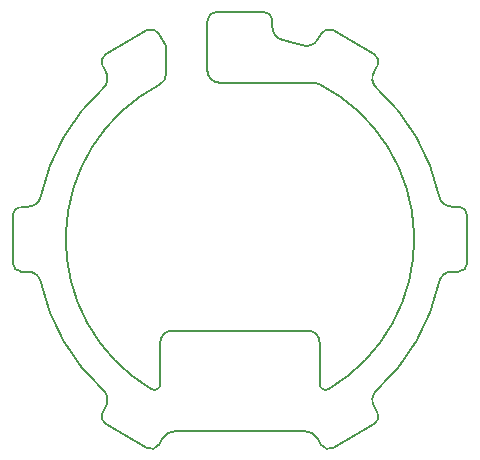
<source format=gm1>
%TF.GenerationSoftware,KiCad,Pcbnew,(6.0.5)*%
%TF.CreationDate,2022-06-17T15:31:11-04:00*%
%TF.ProjectId,Hall_ring,48616c6c-5f72-4696-9e67-2e6b69636164,0*%
%TF.SameCoordinates,Original*%
%TF.FileFunction,Profile,NP*%
%FSLAX46Y46*%
G04 Gerber Fmt 4.6, Leading zero omitted, Abs format (unit mm)*
G04 Created by KiCad (PCBNEW (6.0.5)) date 2022-06-17 15:31:11*
%MOMM*%
%LPD*%
G01*
G04 APERTURE LIST*
%TA.AperFunction,Profile*%
%ADD10C,0.200000*%
%TD*%
G04 APERTURE END LIST*
D10*
X133750000Y-138290000D02*
G75*
G03*
X132750000Y-137290000I-1000000J0D01*
G01*
X129749942Y-111599543D02*
G75*
G03*
X130618188Y-112673725I1098658J43D01*
G01*
X145500003Y-126790001D02*
X144940460Y-126790000D01*
X146250004Y-131540000D02*
X146250004Y-127540001D01*
X138566581Y-142337533D02*
G75*
G03*
X143866155Y-133158765I-11566581J12797533D01*
G01*
X133749959Y-141807845D02*
G75*
G03*
X134504390Y-142238296I500041J45D01*
G01*
X132299690Y-113124318D02*
G75*
G03*
X133588662Y-112628110I337510J1045518D01*
G01*
X124250000Y-115290000D02*
G75*
G03*
X125250004Y-116290000I1000000J0D01*
G01*
X133750004Y-141807845D02*
X133750004Y-138290000D01*
X138357066Y-145211010D02*
G75*
G03*
X138631573Y-144186471I-374966J649510D01*
G01*
X125250004Y-116290000D02*
X133206348Y-116290000D01*
X120131574Y-146936470D02*
X120411346Y-146451891D01*
X146249999Y-127540001D02*
G75*
G03*
X145500004Y-126790001I-749999J1D01*
G01*
X132750000Y-137290000D02*
X121250000Y-137290000D01*
X134504389Y-142238294D02*
G75*
G03*
X133736317Y-116418088I-7504389J12698294D01*
G01*
X138351780Y-115378096D02*
G75*
G03*
X138566581Y-116742463I951420J-549304D01*
G01*
X133588643Y-146451903D02*
G75*
G03*
X132442239Y-145790003I-1146443J-661897D01*
G01*
X121557782Y-145789988D02*
G75*
G03*
X120411346Y-146451892I18J-1323812D01*
G01*
X138351802Y-115378109D02*
X138631574Y-114893531D01*
X138631552Y-114893518D02*
G75*
G03*
X138357054Y-113869011I-649452J375018D01*
G01*
X138631573Y-144186471D02*
X138351801Y-143701892D01*
X138357054Y-113869011D02*
X134892953Y-111869012D01*
X120250000Y-138290000D02*
X120250004Y-141807845D01*
X109059547Y-126790062D02*
G75*
G03*
X110133835Y-125921317I-47J1098662D01*
G01*
X110133729Y-133158186D02*
G75*
G03*
X115432425Y-142336624I16866271J3618186D01*
G01*
X115648225Y-143701903D02*
G75*
G03*
X115432419Y-142336629I-951425J549303D01*
G01*
X120201212Y-116450330D02*
G75*
G03*
X120740286Y-115562914I-460912J887430D01*
G01*
X134892954Y-147210990D02*
X138357054Y-145210990D01*
X115433426Y-116742471D02*
G75*
G03*
X110133836Y-125921317I11566574J-12797529D01*
G01*
X143866277Y-125921815D02*
G75*
G03*
X138566578Y-116742467I-16866277J-3618185D01*
G01*
X115648206Y-143701892D02*
X115368434Y-144186470D01*
X134892991Y-111868947D02*
G75*
G03*
X133868434Y-112143531I-374991J-649553D01*
G01*
X121557782Y-145790001D02*
X132442240Y-145790001D01*
X115368483Y-144186498D02*
G75*
G03*
X115642953Y-145210991I649517J-375002D01*
G01*
X144940461Y-132289951D02*
G75*
G03*
X143866160Y-133158765I39J-1098649D01*
G01*
X143866333Y-125921803D02*
G75*
G03*
X144940460Y-126789999I1074167J230403D01*
G01*
X124999999Y-110289999D02*
G75*
G03*
X124249999Y-111040000I1J-750001D01*
G01*
X133588662Y-146451892D02*
X133868433Y-146936471D01*
X120740286Y-115562914D02*
X120740286Y-113197849D01*
X115642923Y-113868961D02*
G75*
G03*
X115368434Y-114893531I375077J-649539D01*
G01*
X133868498Y-146936433D02*
G75*
G03*
X134892954Y-147210990I649502J374933D01*
G01*
X107750001Y-131540000D02*
G75*
G03*
X108500004Y-132289999I749999J0D01*
G01*
X119107080Y-147210945D02*
G75*
G03*
X120131574Y-146936470I375020J649445D01*
G01*
X115433405Y-116742448D02*
G75*
G03*
X115648205Y-115378110I-736605J815048D01*
G01*
X128999999Y-110290000D02*
X124999999Y-110290000D01*
X108500005Y-132290000D02*
X109059548Y-132290001D01*
X120201221Y-116450347D02*
G75*
G03*
X119495618Y-142238294I6798779J-13089653D01*
G01*
X133868434Y-112143531D02*
X133588662Y-112628110D01*
X110133667Y-133158199D02*
G75*
G03*
X109059548Y-132290001I-1074167J-230401D01*
G01*
X121250000Y-137290000D02*
G75*
G03*
X120250000Y-138290000I0J-1000000D01*
G01*
X124250004Y-111040000D02*
X124250004Y-115290000D01*
X109059547Y-126790000D02*
X108500005Y-126790000D01*
X129750000Y-111040000D02*
G75*
G03*
X128999999Y-110290000I-750000J0D01*
G01*
X133736304Y-116418109D02*
G75*
G03*
X133206347Y-116290000I-530004J-1032291D01*
G01*
X120740286Y-113197849D02*
X120131575Y-112143530D01*
X145500003Y-132290005D02*
G75*
G03*
X146250005Y-131540001I-3J750005D01*
G01*
X132299702Y-113124280D02*
G75*
G03*
X130618188Y-112673725I-5299702J-16415920D01*
G01*
X119495635Y-142238268D02*
G75*
G03*
X120250004Y-141807845I254365J430468D01*
G01*
X108500005Y-126790001D02*
G75*
G03*
X107750001Y-127540000I-5J-749999D01*
G01*
X107750000Y-127540000D02*
X107750005Y-131540000D01*
X119107056Y-111869011D02*
X115642953Y-113869012D01*
X115368434Y-114893531D02*
X115648205Y-115378110D01*
X144940461Y-132290001D02*
X145500003Y-132290001D01*
X129750003Y-111599543D02*
X129750003Y-111040000D01*
X138566599Y-142337553D02*
G75*
G03*
X138351801Y-143701892I736601J-815047D01*
G01*
X115642954Y-145210991D02*
X119107055Y-147210989D01*
X120131618Y-112143505D02*
G75*
G03*
X119107056Y-111869011I-649518J-374995D01*
G01*
M02*

</source>
